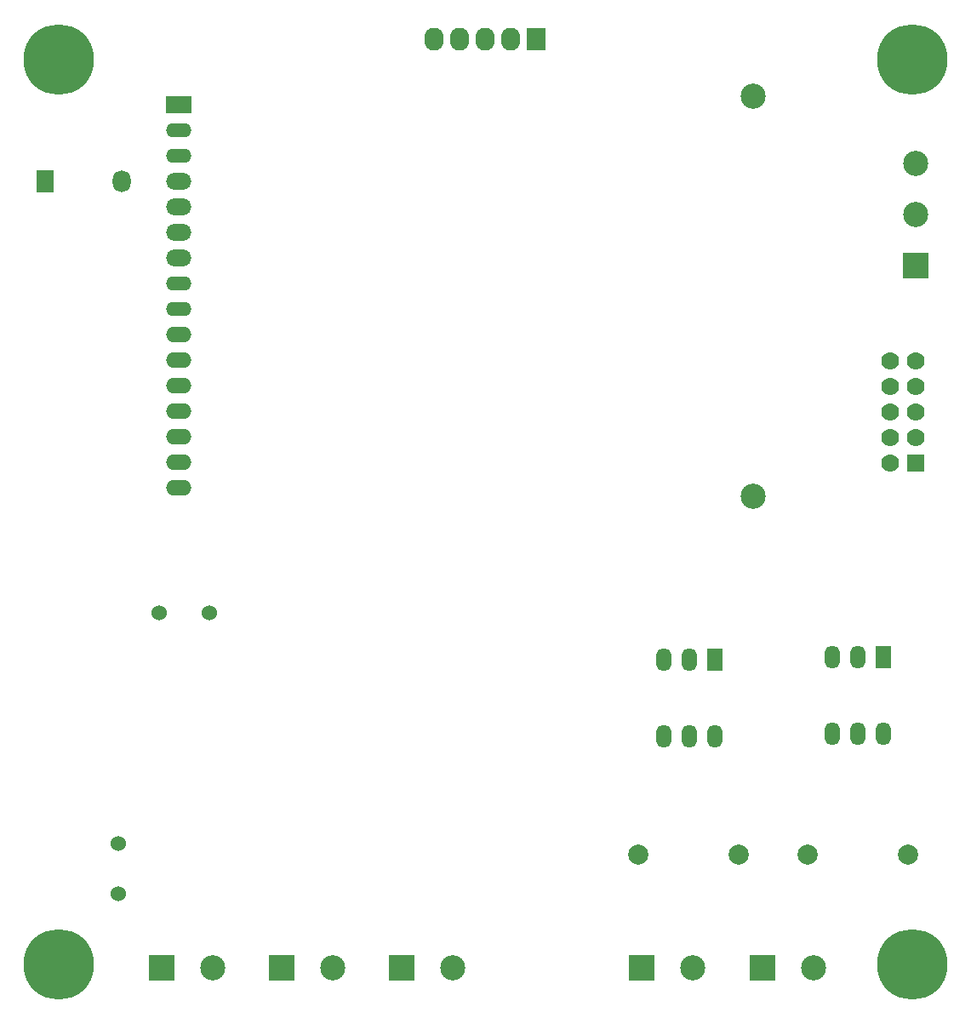
<source format=gtl>
G04*
G04 #@! TF.GenerationSoftware,Altium Limited,Altium Designer,18.0.7 (293)*
G04*
G04 Layer_Physical_Order=1*
G04 Layer_Color=255*
%FSLAX25Y25*%
%MOIN*%
G70*
G01*
G75*
%ADD10O,0.07500X0.09000*%
%ADD11R,0.07500X0.09000*%
%ADD12C,0.27559*%
%ADD13C,0.05000*%
%ADD14C,0.09843*%
%ADD15R,0.09843X0.09843*%
%ADD16R,0.07087X0.08661*%
%ADD17O,0.07087X0.08661*%
%ADD18O,0.05906X0.09055*%
%ADD19R,0.05906X0.09055*%
%ADD20O,0.10000X0.06000*%
%ADD21O,0.10000X0.05500*%
%ADD22O,0.10000X0.06500*%
%ADD23R,0.10000X0.06500*%
%ADD24C,0.06000*%
%ADD25C,0.07000*%
%ADD26R,0.07000X0.07000*%
%ADD27R,0.09843X0.09843*%
%ADD28C,0.07874*%
D10*
X176908Y382121D02*
D03*
X186908D02*
D03*
X196908D02*
D03*
X166908D02*
D03*
D11*
X206908D02*
D03*
D12*
X19685Y374016D02*
D03*
X354331D02*
D03*
X19685Y19685D02*
D03*
X354331D02*
D03*
D13*
X19685Y383858D02*
D03*
X12725Y380976D02*
D03*
X26645D02*
D03*
X12725Y367056D02*
D03*
X26645D02*
D03*
X9842Y374016D02*
D03*
X29528D02*
D03*
X19685Y364173D02*
D03*
X354331Y383858D02*
D03*
X347371Y380976D02*
D03*
X361291D02*
D03*
X347371Y367056D02*
D03*
X361291D02*
D03*
X344488Y374016D02*
D03*
X364173D02*
D03*
X354331Y364173D02*
D03*
X19685Y29528D02*
D03*
X12725Y26645D02*
D03*
X26645D02*
D03*
X12725Y12725D02*
D03*
X26645D02*
D03*
X9842Y19685D02*
D03*
X29528D02*
D03*
X19685Y9842D02*
D03*
X354331Y29528D02*
D03*
X347371Y26645D02*
D03*
X361291D02*
D03*
X347371Y12725D02*
D03*
X361291D02*
D03*
X344488Y19685D02*
D03*
X364173D02*
D03*
X354331Y9842D02*
D03*
D14*
X355616Y333381D02*
D03*
Y313381D02*
D03*
X291732Y203150D02*
D03*
Y359842D02*
D03*
X80319Y18399D02*
D03*
X315350D02*
D03*
X268344D02*
D03*
X127326D02*
D03*
X174332D02*
D03*
D15*
X355616Y293381D02*
D03*
D16*
X14527Y326496D02*
D03*
D17*
X44528D02*
D03*
D18*
X332908Y110000D02*
D03*
X342908D02*
D03*
X322908D02*
D03*
Y140000D02*
D03*
X332908D02*
D03*
X266706Y109016D02*
D03*
X276706D02*
D03*
X256706D02*
D03*
Y139016D02*
D03*
X266706D02*
D03*
D19*
X342908Y140000D02*
D03*
X276706Y139016D02*
D03*
D20*
X66929Y246496D02*
D03*
Y266496D02*
D03*
Y256496D02*
D03*
Y236496D02*
D03*
Y226496D02*
D03*
Y206496D02*
D03*
Y216496D02*
D03*
D21*
Y286496D02*
D03*
Y336496D02*
D03*
Y346496D02*
D03*
Y276496D02*
D03*
D22*
Y306496D02*
D03*
Y326496D02*
D03*
Y316496D02*
D03*
Y296496D02*
D03*
D23*
Y356496D02*
D03*
D24*
X59055Y157480D02*
D03*
X78740Y157480D02*
D03*
X43307Y66929D02*
D03*
X43307Y47244D02*
D03*
D25*
X345617Y246175D02*
D03*
X345617Y216175D02*
D03*
X355616Y256175D02*
D03*
X345617Y256175D02*
D03*
X355616Y246175D02*
D03*
X355617Y236175D02*
D03*
X355616Y226175D02*
D03*
X345617Y226175D02*
D03*
X345617Y236175D02*
D03*
D26*
X355617Y216175D02*
D03*
D27*
X60320Y18399D02*
D03*
X295350D02*
D03*
X248344D02*
D03*
X107326D02*
D03*
X154332D02*
D03*
D28*
X313113Y62691D02*
D03*
X352513D02*
D03*
X246911D02*
D03*
X286311D02*
D03*
M02*

</source>
